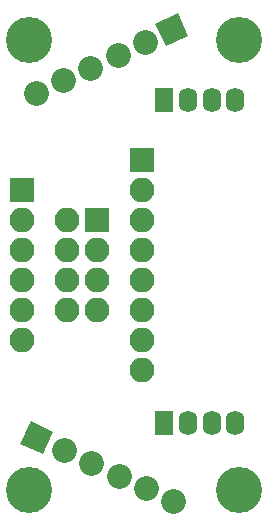
<source format=gts>
G04 #@! TF.FileFunction,Soldermask,Top*
%FSLAX46Y46*%
G04 Gerber Fmt 4.6, Leading zero omitted, Abs format (unit mm)*
G04 Created by KiCad (PCBNEW 4.0.7) date 05/17/20 12:10:28*
%MOMM*%
%LPD*%
G01*
G04 APERTURE LIST*
%ADD10C,0.100000*%
%ADD11R,2.100000X2.100000*%
%ADD12O,2.100000X2.100000*%
%ADD13R,1.600000X2.100000*%
%ADD14O,1.600000X2.100000*%
%ADD15C,2.100000*%
%ADD16C,3.900000*%
G04 APERTURE END LIST*
D10*
D11*
X69850000Y-60960000D03*
D12*
X67310000Y-60960000D03*
X69850000Y-63500000D03*
X67310000Y-63500000D03*
X69850000Y-66040000D03*
X67310000Y-66040000D03*
X69850000Y-68580000D03*
X67310000Y-68580000D03*
D13*
X75565000Y-50800000D03*
D14*
X77565000Y-50800000D03*
X79565000Y-50800000D03*
X81565000Y-50800000D03*
D13*
X75565000Y-78105000D03*
D14*
X77565000Y-78105000D03*
X79565000Y-78105000D03*
X81565000Y-78105000D03*
D11*
X73660000Y-55880000D03*
D12*
X73660000Y-58420000D03*
X73660000Y-60960000D03*
X73660000Y-63500000D03*
X73660000Y-66040000D03*
X73660000Y-68580000D03*
X73660000Y-71120000D03*
X73660000Y-73660000D03*
D10*
G36*
X65277874Y-80770372D02*
X63374628Y-79882874D01*
X64262126Y-77979628D01*
X66165372Y-78867126D01*
X65277874Y-80770372D01*
X65277874Y-80770372D01*
G37*
D15*
X67072022Y-80448450D02*
X67072022Y-80448450D01*
X69374044Y-81521901D02*
X69374044Y-81521901D01*
X71676065Y-82595351D02*
X71676065Y-82595351D01*
X73978087Y-83668802D02*
X73978087Y-83668802D01*
X76280109Y-84742252D02*
X76280109Y-84742252D01*
D11*
X63500000Y-58420000D03*
D12*
X63500000Y-60960000D03*
X63500000Y-63500000D03*
X63500000Y-66040000D03*
X63500000Y-68580000D03*
X63500000Y-71120000D03*
D10*
G36*
X74804628Y-44323126D02*
X76707874Y-43435628D01*
X77595372Y-45338874D01*
X75692126Y-46226372D01*
X74804628Y-44323126D01*
X74804628Y-44323126D01*
G37*
D15*
X73897978Y-45904450D02*
X73897978Y-45904450D01*
X71595956Y-46977901D02*
X71595956Y-46977901D01*
X69293935Y-48051351D02*
X69293935Y-48051351D01*
X66991913Y-49124802D02*
X66991913Y-49124802D01*
X64689891Y-50198252D02*
X64689891Y-50198252D01*
D16*
X64135000Y-45720000D03*
X81915000Y-45720000D03*
X64135000Y-83820000D03*
X81915000Y-83820000D03*
M02*

</source>
